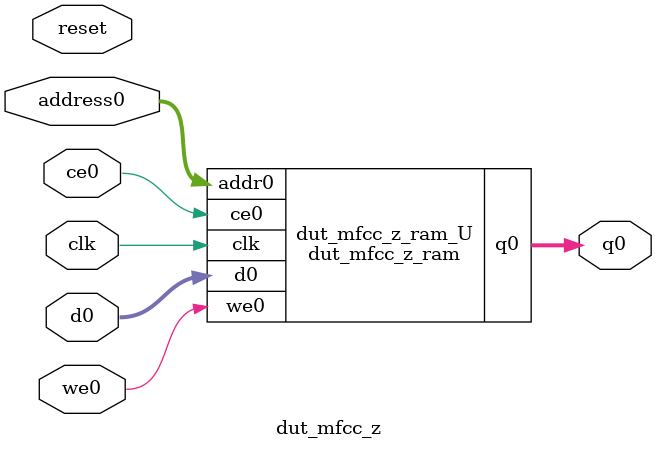
<source format=v>

`timescale 1 ns / 1 ps
module dut_mfcc_z_ram (addr0, ce0, d0, we0, q0,  clk);

parameter DWIDTH = 32;
parameter AWIDTH = 10;
parameter MEM_SIZE = 980;

input[AWIDTH-1:0] addr0;
input ce0;
input[DWIDTH-1:0] d0;
input we0;
output reg[DWIDTH-1:0] q0;
input clk;

(* ram_style = "block" *)reg [DWIDTH-1:0] ram[MEM_SIZE-1:0];




always @(posedge clk)  
begin 
    if (ce0) 
    begin
        if (we0) 
        begin 
            ram[addr0] <= d0; 
            q0 <= d0;
        end 
        else 
            q0 <= ram[addr0];
    end
end


endmodule


`timescale 1 ns / 1 ps
module dut_mfcc_z(
    reset,
    clk,
    address0,
    ce0,
    we0,
    d0,
    q0);

parameter DataWidth = 32'd32;
parameter AddressRange = 32'd980;
parameter AddressWidth = 32'd10;
input reset;
input clk;
input[AddressWidth - 1:0] address0;
input ce0;
input we0;
input[DataWidth - 1:0] d0;
output[DataWidth - 1:0] q0;



dut_mfcc_z_ram dut_mfcc_z_ram_U(
    .clk( clk ),
    .addr0( address0 ),
    .ce0( ce0 ),
    .d0( d0 ),
    .we0( we0 ),
    .q0( q0 ));

endmodule


</source>
